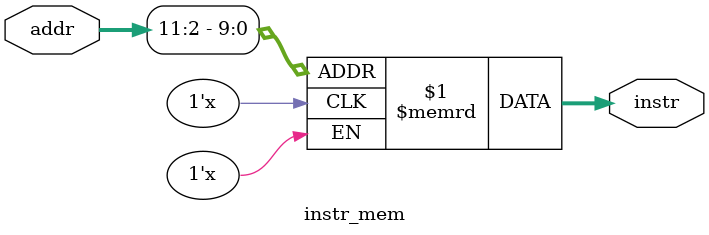
<source format=v>
module instr_mem #(
  parameter ADDR_WIDTH = 12,
  parameter DATA_WIDTH = 32,
  parameter INIT_HEX   = ""   // empty = no preload
)(
  input  wire [ADDR_WIDTH-1:0] addr,
  output wire [DATA_WIDTH-1:0] instr
);
  localparam WORD_BYTES = DATA_WIDTH/8;
  localparam WORDS = (1<<ADDR_WIDTH)/WORD_BYTES;

  reg [DATA_WIDTH-1:0] rom [0:WORDS-1];

  generate if (INIT_HEX != "") begin : g_init
    initial $readmemh(INIT_HEX, rom);
  end endgenerate

  assign instr = rom[addr[ADDR_WIDTH-1:$clog2(WORD_BYTES)]];
endmodule
</source>
